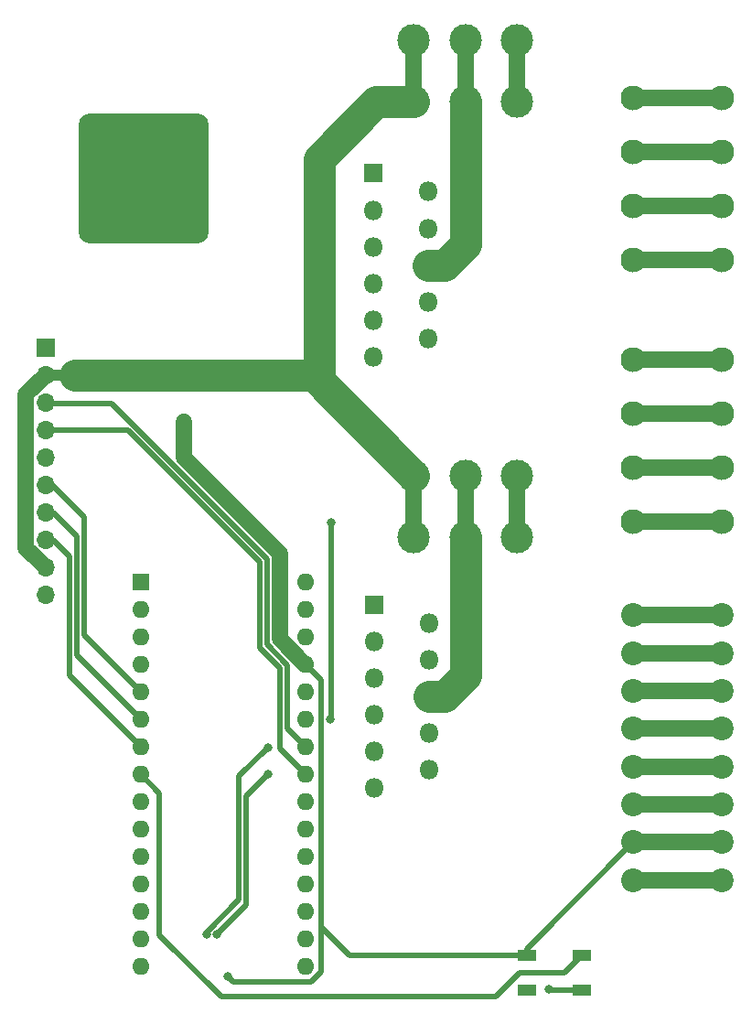
<source format=gbr>
%TF.GenerationSoftware,KiCad,Pcbnew,7.0.9*%
%TF.CreationDate,2024-02-10T00:09:35-05:00*%
%TF.ProjectId,BREAD_Slice,42524541-445f-4536-9c69-63652e6b6963,rev?*%
%TF.SameCoordinates,PX74eba40PY8552dc0*%
%TF.FileFunction,Copper,L1,Top*%
%TF.FilePolarity,Positive*%
%FSLAX46Y46*%
G04 Gerber Fmt 4.6, Leading zero omitted, Abs format (unit mm)*
G04 Created by KiCad (PCBNEW 7.0.9) date 2024-02-10 00:09:35*
%MOMM*%
%LPD*%
G01*
G04 APERTURE LIST*
G04 Aperture macros list*
%AMRoundRect*
0 Rectangle with rounded corners*
0 $1 Rounding radius*
0 $2 $3 $4 $5 $6 $7 $8 $9 X,Y pos of 4 corners*
0 Add a 4 corners polygon primitive as box body*
4,1,4,$2,$3,$4,$5,$6,$7,$8,$9,$2,$3,0*
0 Add four circle primitives for the rounded corners*
1,1,$1+$1,$2,$3*
1,1,$1+$1,$4,$5*
1,1,$1+$1,$6,$7*
1,1,$1+$1,$8,$9*
0 Add four rect primitives between the rounded corners*
20,1,$1+$1,$2,$3,$4,$5,0*
20,1,$1+$1,$4,$5,$6,$7,0*
20,1,$1+$1,$6,$7,$8,$9,0*
20,1,$1+$1,$8,$9,$2,$3,0*%
G04 Aperture macros list end*
%TA.AperFunction,ComponentPad*%
%ADD10C,2.300000*%
%TD*%
%TA.AperFunction,SMDPad,CuDef*%
%ADD11RoundRect,1.000000X-5.000000X-5.000000X5.000000X-5.000000X5.000000X5.000000X-5.000000X5.000000X0*%
%TD*%
%TA.AperFunction,SMDPad,CuDef*%
%ADD12R,1.651000X1.000000*%
%TD*%
%TA.AperFunction,ComponentPad*%
%ADD13R,1.600000X1.600000*%
%TD*%
%TA.AperFunction,ComponentPad*%
%ADD14O,1.600000X1.600000*%
%TD*%
%TA.AperFunction,ComponentPad*%
%ADD15R,1.700000X1.700000*%
%TD*%
%TA.AperFunction,ComponentPad*%
%ADD16O,1.700000X1.700000*%
%TD*%
%TA.AperFunction,ComponentPad*%
%ADD17R,1.800000X1.800000*%
%TD*%
%TA.AperFunction,ComponentPad*%
%ADD18O,1.800000X1.800000*%
%TD*%
%TA.AperFunction,ComponentPad*%
%ADD19C,2.200000*%
%TD*%
%TA.AperFunction,ComponentPad*%
%ADD20C,3.000000*%
%TD*%
%TA.AperFunction,ViaPad*%
%ADD21C,0.800000*%
%TD*%
%TA.AperFunction,ViaPad*%
%ADD22C,0.500000*%
%TD*%
%TA.AperFunction,ViaPad*%
%ADD23C,1.500000*%
%TD*%
%TA.AperFunction,Conductor*%
%ADD24C,0.500000*%
%TD*%
%TA.AperFunction,Conductor*%
%ADD25C,1.000000*%
%TD*%
%TA.AperFunction,Conductor*%
%ADD26C,3.000000*%
%TD*%
%TA.AperFunction,Conductor*%
%ADD27C,1.500000*%
%TD*%
G04 APERTURE END LIST*
D10*
%TO.P,J11,1,1*%
%TO.N,GND*%
X58000000Y69600000D03*
X66200000Y69600000D03*
%TD*%
%TO.P,J17,1,1*%
%TO.N,GND*%
X58000000Y45400000D03*
X66200000Y45400000D03*
%TD*%
D11*
%TO.P,HS1,1*%
%TO.N,GND*%
X12700000Y77100000D03*
%TD*%
D12*
%TO.P,D2,1,VDD*%
%TO.N,+5V*%
X48123000Y5267231D03*
%TO.P,D2,2,DOUT*%
%TO.N,unconnected-(D2-DOUT-Pad2)*%
X48123000Y2067231D03*
%TO.P,D2,3,VSS*%
%TO.N,GND*%
X53277000Y2067231D03*
%TO.P,D2,4,DIN*%
%TO.N,/LED*%
X53277000Y5267231D03*
%TD*%
D13*
%TO.P,A1,1,D1/TX*%
%TO.N,unconnected-(A1-D1{slash}TX-Pad1)*%
X12400000Y39800000D03*
D14*
%TO.P,A1,2,D0/RX*%
%TO.N,unconnected-(A1-D0{slash}RX-Pad2)*%
X12400000Y37260000D03*
%TO.P,A1,3,~{RESET}*%
%TO.N,unconnected-(A1-~{RESET}-Pad3)*%
X12400000Y34720000D03*
%TO.P,A1,4,GND*%
%TO.N,GND*%
X12400000Y32180000D03*
%TO.P,A1,5,D2*%
%TO.N,/E_STOP*%
X12400000Y29640000D03*
%TO.P,A1,6,D3*%
%TO.N,/INT*%
X12400000Y27100000D03*
%TO.P,A1,7,D4*%
%TO.N,/SYNC*%
X12400000Y24560000D03*
%TO.P,A1,8,D5*%
%TO.N,/LED*%
X12400000Y22020000D03*
%TO.P,A1,9,D6*%
%TO.N,/DIR1*%
X12400000Y19480000D03*
%TO.P,A1,10,D7*%
%TO.N,/MC1*%
X12400000Y16940000D03*
%TO.P,A1,11,D8*%
%TO.N,/BR1*%
X12400000Y14400000D03*
%TO.P,A1,12,D9*%
%TO.N,/THRM1*%
X12400000Y11860000D03*
%TO.P,A1,13,D10*%
%TO.N,/DIR2*%
X12400000Y9320000D03*
%TO.P,A1,14,D11*%
%TO.N,/MC2*%
X12400000Y6780000D03*
%TO.P,A1,15,D12*%
%TO.N,/BR2*%
X12400000Y4240000D03*
%TO.P,A1,16,D13*%
%TO.N,/THRM2*%
X27640000Y4240000D03*
%TO.P,A1,17,3V3*%
%TO.N,unconnected-(A1-3V3-Pad17)*%
X27640000Y6780000D03*
%TO.P,A1,18,AREF*%
%TO.N,unconnected-(A1-AREF-Pad18)*%
X27640000Y9320000D03*
%TO.P,A1,19,A0*%
%TO.N,/B2*%
X27640000Y11860000D03*
%TO.P,A1,20,A1*%
%TO.N,/A2*%
X27640000Y14400000D03*
%TO.P,A1,21,A2*%
%TO.N,/B1*%
X27640000Y16940000D03*
%TO.P,A1,22,A3*%
%TO.N,/A1*%
X27640000Y19480000D03*
%TO.P,A1,23,A4*%
%TO.N,/I2C_DAT*%
X27640000Y22020000D03*
%TO.P,A1,24,A5*%
%TO.N,/I2C_CLK*%
X27640000Y24560000D03*
%TO.P,A1,25,A6*%
%TO.N,/CSEN1*%
X27640000Y27100000D03*
%TO.P,A1,26,A7*%
%TO.N,/CSEN2*%
X27640000Y29640000D03*
%TO.P,A1,27,+5V*%
%TO.N,+5V*%
X27640000Y32180000D03*
%TO.P,A1,28,~{RESET}*%
%TO.N,unconnected-(A1-~{RESET}-Pad28)*%
X27640000Y34720000D03*
%TO.P,A1,29,GND*%
%TO.N,GND*%
X27640000Y37260000D03*
%TO.P,A1,30,VIN*%
%TO.N,unconnected-(A1-VIN-Pad30)*%
X27640000Y39800000D03*
%TD*%
D15*
%TO.P,J1,1,Pin_1*%
%TO.N,GND*%
X3600000Y61450000D03*
D16*
%TO.P,J1,2,Pin_2*%
%TO.N,+12V*%
X3600000Y58910000D03*
%TO.P,J1,3,Pin_3*%
%TO.N,/I2C_CLK*%
X3600000Y56370000D03*
%TO.P,J1,4,Pin_4*%
%TO.N,/I2C_DAT*%
X3600000Y53830000D03*
%TO.P,J1,5,Pin_5*%
%TO.N,GND*%
X3600000Y51290000D03*
%TO.P,J1,6,Pin_6*%
%TO.N,/E_STOP*%
X3600000Y48750000D03*
%TO.P,J1,7,Pin_7*%
%TO.N,/INT*%
X3600000Y46210000D03*
%TO.P,J1,8,Pin_8*%
%TO.N,/SYNC*%
X3600000Y43670000D03*
%TO.P,J1,9,Pin_9*%
%TO.N,+12V*%
X3600000Y41130000D03*
%TO.P,J1,10,Pin_10*%
%TO.N,GND*%
X3600000Y38590000D03*
%TD*%
D17*
%TO.P,U3,1,BOOTSTRAP1*%
%TO.N,Net-(U3-BOOTSTRAP1)*%
X34000000Y37700000D03*
D18*
%TO.P,U3,2,OUTPUT1*%
%TO.N,Net-(U3-OUTPUT1)*%
X39080000Y36000000D03*
%TO.P,U3,3,DIRECTION*%
%TO.N,/DIR2*%
X34000000Y34300000D03*
%TO.P,U3,4,BRAKE*%
%TO.N,/BR2*%
X39080000Y32600000D03*
%TO.P,U3,5,PWM*%
%TO.N,/MC2*%
X34000000Y30900000D03*
%TO.P,U3,6,VS*%
%TO.N,Net-(SW2-B)*%
X39080000Y29200000D03*
%TO.P,U3,7,GND*%
%TO.N,GND*%
X34000000Y27500000D03*
%TO.P,U3,8,CURRENT_SENSE_OUTPUT*%
%TO.N,/CSEN2*%
X39080000Y25800000D03*
%TO.P,U3,9,~{THERMAL_FLAG_OUTPUT}*%
%TO.N,/THRM2*%
X34000000Y24100000D03*
%TO.P,U3,10,OUTPUT2*%
%TO.N,Net-(U3-OUTPUT2)*%
X39080000Y22400000D03*
%TO.P,U3,11,BOOTSTRAP2*%
%TO.N,Net-(U3-BOOTSTRAP2)*%
X34000000Y20700000D03*
%TD*%
D10*
%TO.P,J13,1,1*%
%TO.N,Net-(U1-OUTPUT2)*%
X58000000Y79600000D03*
X66200000Y79600000D03*
%TD*%
D17*
%TO.P,U1,1,BOOTSTRAP1*%
%TO.N,Net-(U1-BOOTSTRAP1)*%
X33965000Y77600000D03*
D18*
%TO.P,U1,2,OUTPUT1*%
%TO.N,Net-(U1-OUTPUT1)*%
X39045000Y75900000D03*
%TO.P,U1,3,DIRECTION*%
%TO.N,/DIR1*%
X33965000Y74200000D03*
%TO.P,U1,4,BRAKE*%
%TO.N,/BR1*%
X39045000Y72500000D03*
%TO.P,U1,5,PWM*%
%TO.N,/MC1*%
X33965000Y70800000D03*
%TO.P,U1,6,VS*%
%TO.N,Net-(SW1-B)*%
X39045000Y69100000D03*
%TO.P,U1,7,GND*%
%TO.N,GND*%
X33965000Y67400000D03*
%TO.P,U1,8,CURRENT_SENSE_OUTPUT*%
%TO.N,/CSEN1*%
X39045000Y65700000D03*
%TO.P,U1,9,~{THERMAL_FLAG_OUTPUT}*%
%TO.N,/THRM1*%
X33965000Y64000000D03*
%TO.P,U1,10,OUTPUT2*%
%TO.N,Net-(U1-OUTPUT2)*%
X39045000Y62300000D03*
%TO.P,U1,11,BOOTSTRAP2*%
%TO.N,Net-(U1-BOOTSTRAP2)*%
X33965000Y60600000D03*
%TD*%
D10*
%TO.P,J14,1,1*%
%TO.N,Net-(U3-OUTPUT1)*%
X58000000Y60400000D03*
X66200000Y60400000D03*
%TD*%
%TO.P,J12,1,1*%
%TO.N,Net-(U1-OUTPUT1)*%
X58000000Y84600000D03*
X66200000Y84600000D03*
%TD*%
D19*
%TO.P,J8,1,1*%
%TO.N,+5V*%
X58000000Y29700000D03*
X66200000Y29700000D03*
%TD*%
%TO.P,J4,1,1*%
%TO.N,+5V*%
X58000000Y15700000D03*
X66200000Y15700000D03*
%TD*%
%TO.P,J3,1,1*%
%TO.N,/B2*%
X58000000Y19200000D03*
X66200000Y19200000D03*
%TD*%
D20*
%TO.P,SW2,1,A*%
%TO.N,+12V*%
X37700000Y43900000D03*
X37700000Y49600000D03*
%TO.P,SW2,2,B*%
%TO.N,Net-(SW2-B)*%
X42450000Y43900000D03*
X42450000Y49600000D03*
%TO.P,SW2,3,C*%
%TO.N,/CUST2*%
X47200000Y43900000D03*
X47200000Y49600000D03*
%TD*%
D19*
%TO.P,J2,1,1*%
%TO.N,/A2*%
X58000000Y22700000D03*
X66200000Y22700000D03*
%TD*%
%TO.P,J6,1,1*%
%TO.N,/A1*%
X58000000Y36700000D03*
X66200000Y36700000D03*
%TD*%
D10*
%TO.P,J15,1,1*%
%TO.N,Net-(U3-OUTPUT2)*%
X58000000Y55400000D03*
X66200000Y55400000D03*
%TD*%
%TO.P,J10,1,1*%
%TO.N,/CUST1*%
X58000000Y74600000D03*
X66200000Y74600000D03*
%TD*%
%TO.P,J16,1,1*%
%TO.N,/CUST2*%
X58000000Y50400000D03*
X66200000Y50400000D03*
%TD*%
D19*
%TO.P,J9,1,1*%
%TO.N,GND*%
X58000000Y26200000D03*
X66200000Y26200000D03*
%TD*%
%TO.P,J7,1,1*%
%TO.N,/B1*%
X58000000Y33200000D03*
X66200000Y33200000D03*
%TD*%
%TO.P,J5,1,1*%
%TO.N,GND*%
X58000000Y12200000D03*
X66200000Y12200000D03*
%TD*%
D20*
%TO.P,SW1,1,A*%
%TO.N,+12V*%
X37700000Y84200000D03*
X37700000Y89900000D03*
%TO.P,SW1,2,B*%
%TO.N,Net-(SW1-B)*%
X42450000Y84200000D03*
X42450000Y89900000D03*
%TO.P,SW1,3,C*%
%TO.N,/CUST1*%
X47200000Y84200000D03*
X47200000Y89900000D03*
%TD*%
D21*
%TO.N,GND*%
X18100000Y72650000D03*
X18100000Y80550000D03*
D22*
X11100000Y77500000D03*
X12400000Y78400000D03*
X10000000Y74800000D03*
X12000000Y77500000D03*
X11300000Y80500000D03*
X13600000Y80500000D03*
X12400000Y79700000D03*
D21*
X11200000Y82250000D03*
X7400000Y75250000D03*
X7600000Y72000000D03*
X18100000Y77650000D03*
X50200000Y2100000D03*
D23*
%TO.N,+5V*%
X16400000Y54600000D03*
D21*
X20500000Y3300000D03*
%TO.N,/I2C_CLK*%
X24200000Y24500000D03*
X18500000Y7200000D03*
%TO.N,/I2C_DAT*%
X19500000Y7200000D03*
X24200000Y22000000D03*
%TO.N,/CSEN1*%
X30000000Y45300000D03*
X29949500Y27100000D03*
%TD*%
D24*
%TO.N,/CSEN1*%
X30000000Y45300000D02*
X30000000Y27150500D01*
X30000000Y27150500D02*
X29949500Y27100000D01*
D25*
%TO.N,+12V*%
X6290000Y58910000D02*
X6300000Y58900000D01*
X3600000Y58910000D02*
X6290000Y58910000D01*
D26*
X28400000Y58900000D02*
X6300000Y58900000D01*
X37700000Y49600000D02*
X28400000Y58900000D01*
%TO.N,Net-(SW1-B)*%
X42450000Y71050000D02*
X40500000Y69100000D01*
X40500000Y69100000D02*
X39045000Y69100000D01*
X42450000Y84200000D02*
X42450000Y71050000D01*
%TO.N,Net-(SW2-B)*%
X40500000Y29200000D02*
X39080000Y29200000D01*
X42450000Y31150000D02*
X40500000Y29200000D01*
X42450000Y43900000D02*
X42450000Y31150000D01*
%TO.N,+12V*%
X34200000Y84200000D02*
X37700000Y84200000D01*
X28900000Y78900000D02*
X34200000Y84200000D01*
X28900000Y58400000D02*
X28900000Y78900000D01*
X30900000Y56400000D02*
X28900000Y58400000D01*
D27*
%TO.N,+5V*%
X25300000Y42400000D02*
X25300000Y34500000D01*
X16400000Y54600000D02*
X16400000Y51300000D01*
X16400000Y51300000D02*
X25300000Y42400000D01*
X27620000Y32180000D02*
X27640000Y32180000D01*
X25300000Y34500000D02*
X27620000Y32180000D01*
%TO.N,GND*%
X66200000Y26200000D02*
X58000000Y26200000D01*
X66200000Y45400000D02*
X58000000Y45400000D01*
X66200000Y69600000D02*
X58000000Y69600000D01*
D24*
X50200000Y2100000D02*
X50232769Y2067231D01*
D27*
X58000000Y12200000D02*
X66200000Y12200000D01*
D24*
X50232769Y2067231D02*
X53277000Y2067231D01*
%TO.N,+5V*%
X21000000Y2800000D02*
X28200000Y2800000D01*
D27*
X58000000Y15700000D02*
X66200000Y15700000D01*
D24*
X29100000Y3700000D02*
X29100000Y9300000D01*
X27670000Y32180000D02*
X29100000Y30750000D01*
D27*
X58000000Y29700000D02*
X66200000Y29700000D01*
D24*
X48123000Y5823000D02*
X48123000Y5267231D01*
X29100000Y9300000D02*
X29100000Y7900000D01*
X31732769Y5267231D02*
X48123000Y5267231D01*
X28200000Y2800000D02*
X29100000Y3700000D01*
X27640000Y32180000D02*
X27670000Y32180000D01*
X29100000Y30750000D02*
X29100000Y9300000D01*
X58000000Y15700000D02*
X48123000Y5823000D01*
X20500000Y3300000D02*
X21000000Y2800000D01*
X29100000Y7900000D02*
X31732769Y5267231D01*
%TO.N,/LED*%
X14150000Y20270000D02*
X14150000Y7100000D01*
X45257500Y1400000D02*
X47457500Y3600000D01*
X12400000Y22020000D02*
X14150000Y20270000D01*
X51609769Y3600000D02*
X53277000Y5267231D01*
X47457500Y3600000D02*
X51609769Y3600000D01*
X19850000Y1400000D02*
X45257500Y1400000D01*
X14150000Y7100000D02*
X19850000Y1400000D01*
%TO.N,/I2C_CLK*%
X26000000Y32102944D02*
X24100000Y34002944D01*
X18500000Y7402082D02*
X21500000Y10402082D01*
X21500000Y21800000D02*
X24200000Y24500000D01*
X3670000Y56300000D02*
X3600000Y56370000D01*
X26000000Y26200000D02*
X26000000Y32102944D01*
X24100000Y41900000D02*
X9700000Y56300000D01*
X27640000Y24560000D02*
X26000000Y26200000D01*
X9700000Y56300000D02*
X3670000Y56300000D01*
X18500000Y7200000D02*
X18500000Y7402082D01*
X24100000Y34002944D02*
X24100000Y41900000D01*
X21500000Y10402082D02*
X21500000Y21800000D01*
%TO.N,/I2C_DAT*%
X23400000Y33712995D02*
X23400000Y41610050D01*
X23400000Y41610050D02*
X11210050Y53800000D01*
X27640000Y22020000D02*
X25300000Y24360000D01*
X25300000Y31812994D02*
X23400000Y33712995D01*
X19500000Y7200000D02*
X22200000Y9900000D01*
X25300000Y24360000D02*
X25300000Y31812994D01*
X3630000Y53800000D02*
X3600000Y53830000D01*
X22200000Y9900000D02*
X22200000Y20000000D01*
X11210050Y53800000D02*
X3630000Y53800000D01*
X22200000Y20000000D02*
X24200000Y22000000D01*
%TO.N,/SYNC*%
X5800000Y42200000D02*
X5800000Y31160000D01*
X5800000Y31160000D02*
X12400000Y24560000D01*
X4330000Y43670000D02*
X5800000Y42200000D01*
X3600000Y43670000D02*
X4330000Y43670000D01*
%TO.N,/E_STOP*%
X7200000Y45800000D02*
X7200000Y34840000D01*
X7200000Y34840000D02*
X12400000Y29640000D01*
X4250000Y48750000D02*
X7200000Y45800000D01*
X3600000Y48750000D02*
X4250000Y48750000D01*
D27*
%TO.N,+12V*%
X37700000Y89900000D02*
X37700000Y84200000D01*
X1800000Y57115585D02*
X3594415Y58910000D01*
X2860000Y41870000D02*
X2854415Y41870000D01*
X2854415Y41870000D02*
X1800000Y42924415D01*
X3600000Y41130000D02*
X2860000Y41870000D01*
X1800000Y42924415D02*
X1800000Y57115585D01*
X37700000Y49600000D02*
X37700000Y43900000D01*
D24*
%TO.N,/INT*%
X6500000Y44000000D02*
X6500000Y33000000D01*
X4290000Y46210000D02*
X6500000Y44000000D01*
X3600000Y46210000D02*
X4290000Y46210000D01*
X6500000Y33000000D02*
X12400000Y27100000D01*
D27*
%TO.N,Net-(SW1-B)*%
X42450000Y89900000D02*
X42450000Y84200000D01*
%TO.N,Net-(SW2-B)*%
X42450000Y49600000D02*
X42450000Y43900000D01*
%TO.N,Net-(U1-OUTPUT1)*%
X58000000Y84600000D02*
X66200000Y84600000D01*
%TO.N,Net-(U1-OUTPUT2)*%
X66200000Y79600000D02*
X58000000Y79600000D01*
%TO.N,Net-(U3-OUTPUT1)*%
X58000000Y60400000D02*
X66200000Y60400000D01*
%TO.N,Net-(U3-OUTPUT2)*%
X66200000Y55400000D02*
X58000000Y55400000D01*
%TO.N,/A2*%
X58000000Y22700000D02*
X66200000Y22700000D01*
%TO.N,/B2*%
X66200000Y19200000D02*
X58000000Y19200000D01*
%TO.N,/A1*%
X58000000Y36700000D02*
X66200000Y36700000D01*
%TO.N,/B1*%
X58000000Y33200000D02*
X66200000Y33200000D01*
%TO.N,/CUST1*%
X58000000Y74600000D02*
X66200000Y74600000D01*
X47200000Y89900000D02*
X47200000Y84200000D01*
%TO.N,/CUST2*%
X47200000Y49600000D02*
X47200000Y43900000D01*
X58000000Y50400000D02*
X66200000Y50400000D01*
%TD*%
M02*

</source>
